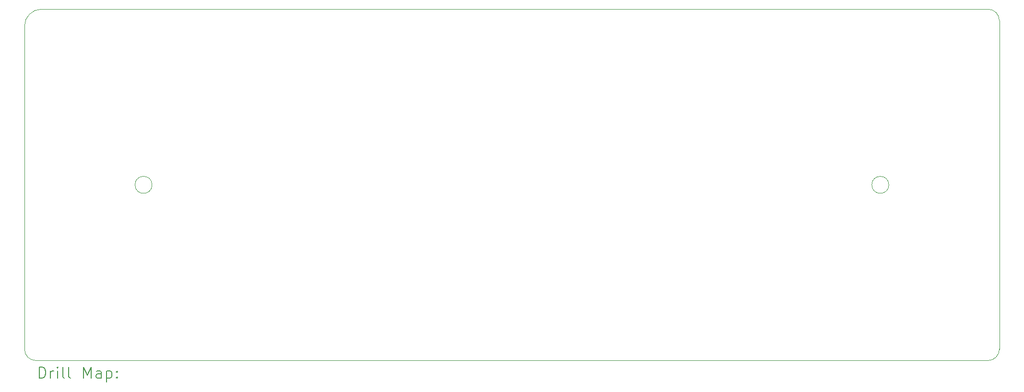
<source format=gbr>
%TF.GenerationSoftware,KiCad,Pcbnew,7.0.9-7.0.9~ubuntu22.04.1*%
%TF.CreationDate,2023-12-05T21:50:27+01:00*%
%TF.ProjectId,Chytry_sklep,43687974-7279-45f7-936b-6c65702e6b69,rev?*%
%TF.SameCoordinates,Original*%
%TF.FileFunction,Drillmap*%
%TF.FilePolarity,Positive*%
%FSLAX45Y45*%
G04 Gerber Fmt 4.5, Leading zero omitted, Abs format (unit mm)*
G04 Created by KiCad (PCBNEW 7.0.9-7.0.9~ubuntu22.04.1) date 2023-12-05 21:50:27*
%MOMM*%
%LPD*%
G01*
G04 APERTURE LIST*
%ADD10C,0.050000*%
%ADD11C,0.200000*%
G04 APERTURE END LIST*
D10*
X23500000Y-13100000D02*
X6700000Y-13100000D01*
X6500000Y-12900000D02*
X6500000Y-7200000D01*
X6800000Y-6900000D02*
G75*
G03*
X6500000Y-7200000I0J-300000D01*
G01*
X8750000Y-10000000D02*
G75*
G03*
X8750000Y-10000000I-150000J0D01*
G01*
X21750000Y-10000000D02*
G75*
G03*
X21750000Y-10000000I-150000J0D01*
G01*
X23700000Y-7100000D02*
G75*
G03*
X23500000Y-6900000I-200000J0D01*
G01*
X23700000Y-12900000D02*
X23700000Y-7100000D01*
X6800000Y-6900000D02*
X23500000Y-6900000D01*
X6500000Y-12900000D02*
G75*
G03*
X6700000Y-13100000I200000J0D01*
G01*
X23500000Y-13100000D02*
G75*
G03*
X23700000Y-12900000I0J200000D01*
G01*
D11*
X6758277Y-13413984D02*
X6758277Y-13213984D01*
X6758277Y-13213984D02*
X6805896Y-13213984D01*
X6805896Y-13213984D02*
X6834467Y-13223508D01*
X6834467Y-13223508D02*
X6853515Y-13242555D01*
X6853515Y-13242555D02*
X6863039Y-13261603D01*
X6863039Y-13261603D02*
X6872562Y-13299698D01*
X6872562Y-13299698D02*
X6872562Y-13328269D01*
X6872562Y-13328269D02*
X6863039Y-13366365D01*
X6863039Y-13366365D02*
X6853515Y-13385412D01*
X6853515Y-13385412D02*
X6834467Y-13404460D01*
X6834467Y-13404460D02*
X6805896Y-13413984D01*
X6805896Y-13413984D02*
X6758277Y-13413984D01*
X6958277Y-13413984D02*
X6958277Y-13280650D01*
X6958277Y-13318746D02*
X6967801Y-13299698D01*
X6967801Y-13299698D02*
X6977324Y-13290174D01*
X6977324Y-13290174D02*
X6996372Y-13280650D01*
X6996372Y-13280650D02*
X7015420Y-13280650D01*
X7082086Y-13413984D02*
X7082086Y-13280650D01*
X7082086Y-13213984D02*
X7072562Y-13223508D01*
X7072562Y-13223508D02*
X7082086Y-13233031D01*
X7082086Y-13233031D02*
X7091610Y-13223508D01*
X7091610Y-13223508D02*
X7082086Y-13213984D01*
X7082086Y-13213984D02*
X7082086Y-13233031D01*
X7205896Y-13413984D02*
X7186848Y-13404460D01*
X7186848Y-13404460D02*
X7177324Y-13385412D01*
X7177324Y-13385412D02*
X7177324Y-13213984D01*
X7310658Y-13413984D02*
X7291610Y-13404460D01*
X7291610Y-13404460D02*
X7282086Y-13385412D01*
X7282086Y-13385412D02*
X7282086Y-13213984D01*
X7539229Y-13413984D02*
X7539229Y-13213984D01*
X7539229Y-13213984D02*
X7605896Y-13356841D01*
X7605896Y-13356841D02*
X7672562Y-13213984D01*
X7672562Y-13213984D02*
X7672562Y-13413984D01*
X7853515Y-13413984D02*
X7853515Y-13309222D01*
X7853515Y-13309222D02*
X7843991Y-13290174D01*
X7843991Y-13290174D02*
X7824943Y-13280650D01*
X7824943Y-13280650D02*
X7786848Y-13280650D01*
X7786848Y-13280650D02*
X7767801Y-13290174D01*
X7853515Y-13404460D02*
X7834467Y-13413984D01*
X7834467Y-13413984D02*
X7786848Y-13413984D01*
X7786848Y-13413984D02*
X7767801Y-13404460D01*
X7767801Y-13404460D02*
X7758277Y-13385412D01*
X7758277Y-13385412D02*
X7758277Y-13366365D01*
X7758277Y-13366365D02*
X7767801Y-13347317D01*
X7767801Y-13347317D02*
X7786848Y-13337793D01*
X7786848Y-13337793D02*
X7834467Y-13337793D01*
X7834467Y-13337793D02*
X7853515Y-13328269D01*
X7948753Y-13280650D02*
X7948753Y-13480650D01*
X7948753Y-13290174D02*
X7967801Y-13280650D01*
X7967801Y-13280650D02*
X8005896Y-13280650D01*
X8005896Y-13280650D02*
X8024943Y-13290174D01*
X8024943Y-13290174D02*
X8034467Y-13299698D01*
X8034467Y-13299698D02*
X8043991Y-13318746D01*
X8043991Y-13318746D02*
X8043991Y-13375888D01*
X8043991Y-13375888D02*
X8034467Y-13394936D01*
X8034467Y-13394936D02*
X8024943Y-13404460D01*
X8024943Y-13404460D02*
X8005896Y-13413984D01*
X8005896Y-13413984D02*
X7967801Y-13413984D01*
X7967801Y-13413984D02*
X7948753Y-13404460D01*
X8129705Y-13394936D02*
X8139229Y-13404460D01*
X8139229Y-13404460D02*
X8129705Y-13413984D01*
X8129705Y-13413984D02*
X8120182Y-13404460D01*
X8120182Y-13404460D02*
X8129705Y-13394936D01*
X8129705Y-13394936D02*
X8129705Y-13413984D01*
X8129705Y-13290174D02*
X8139229Y-13299698D01*
X8139229Y-13299698D02*
X8129705Y-13309222D01*
X8129705Y-13309222D02*
X8120182Y-13299698D01*
X8120182Y-13299698D02*
X8129705Y-13290174D01*
X8129705Y-13290174D02*
X8129705Y-13309222D01*
M02*

</source>
